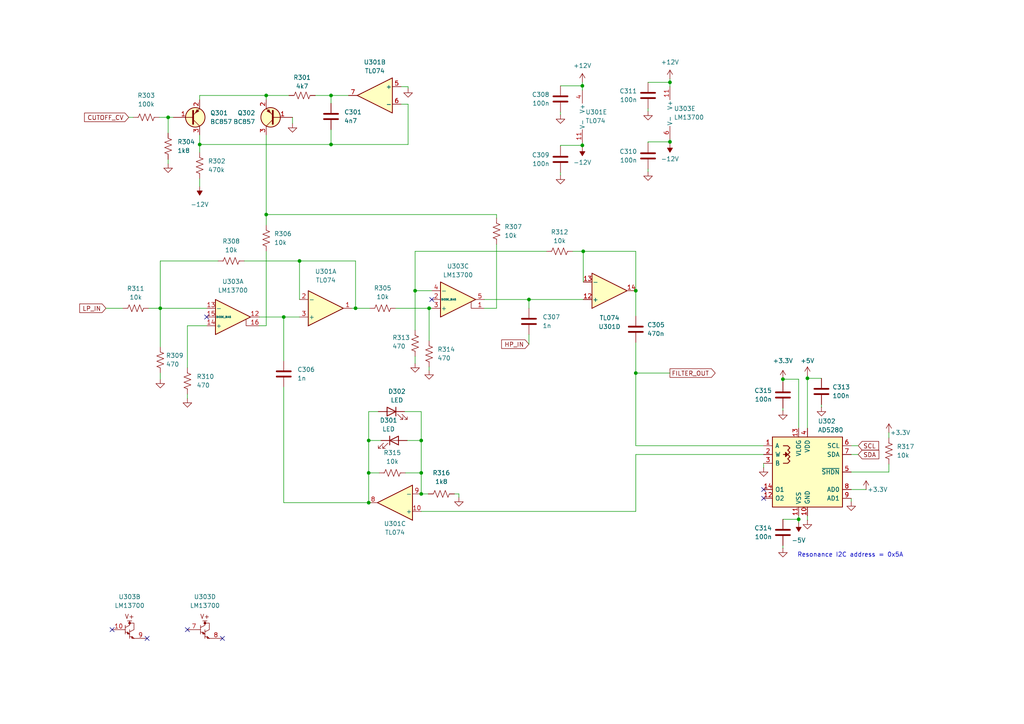
<source format=kicad_sch>
(kicad_sch (version 20231120) (generator "eeschema") (generator_version "8.0")
  (paper "A4")
  (lib_symbols
    (symbol "Amplifier_Operational:LM13700" (pin_names (offset 0.127))
      (property "Reference" "U" (at 3.81 5.08 0))
      (property "Value" "LM13700" (at 5.08 -5.08 0))
      (symbol "LM13700_1_1"
        (polyline (pts (xy 3.81 -0.635) (xy 3.81 -2.54) (xy 5.08 -2.54)))
        (polyline (pts (xy 5.08 0) (xy -5.08 -5.08) (xy -5.08 5.08) (xy 5.08 0)) (stroke (width 0.254)) (fill (type background)))
        (pin output line (at 7.62 0 180) (length 2.54) (name "~") (number "12"))
        (pin input line (at -7.62 2.54 0) (length 2.54) (name "-") (number "13"))
        (pin input line (at -7.62 -2.54 0) (length 2.54) (name "+") (number "14"))
        (pin input line (at -7.62 0 0) (length 2.54) (name "DIODE_BIAS") (number "15"))
        (pin input line (at 7.62 -2.54 180) (length 2.54) (name "~") (number "16"))
      )
      (symbol "LM13700_2_0"
        (polyline (pts (xy -1.905 2.54) (xy -3.175 2.54)))
      )
      (symbol "LM13700_2_1"
        (circle (center -2.54 1.905) (radius 0.254) (stroke (width 0.254)) (fill (type outline)))
        (polyline (pts (xy -3.81 -0.635) (xy -2.54 -1.27)))
        (polyline (pts (xy -3.81 1.27) (xy -3.81 -1.27)))
        (polyline (pts (xy -2.54 -1.905) (xy -1.27 -2.54)))
        (polyline (pts (xy -2.54 0) (xy -2.54 -2.54)))
        (polyline (pts (xy -3.81 0.635) (xy -2.54 1.27) (xy -2.54 1.905) (xy -2.54 2.54)))
        (polyline (pts (xy -2.54 -1.27) (xy -3.175 -0.635) (xy -3.175 -1.27) (xy -2.54 -1.27)) (fill (type outline)))
        (polyline (pts (xy -2.54 -0.635) (xy -1.27 0) (xy -1.27 1.905) (xy -2.54 1.905)))
        (polyline (pts (xy -1.27 -2.54) (xy -1.905 -1.905) (xy -1.905 -2.54) (xy -1.27 -2.54)) (fill (type outline)))
        (text "V+" (at -2.54 3.81 0) (effects (font (size 1.27 1.27))))
        (pin input line (at -7.62 0 0) (length 3.81) (name "~") (number "10"))
        (pin output line (at 2.54 -2.54 180) (length 3.81) (name "~") (number "9"))
      )
      (symbol "LM13700_3_1"
        (polyline (pts (xy 3.81 -0.635) (xy 3.81 -2.54) (xy 5.08 -2.54)))
        (polyline (pts (xy 5.08 0) (xy -5.08 -5.08) (xy -5.08 5.08) (xy 5.08 0)) (stroke (width 0.254)) (fill (type background)))
        (pin input line (at 7.62 -2.54 180) (length 2.54) (name "~") (number "1"))
        (pin input line (at -7.62 0 0) (length 2.54) (name "DIODE_BIAS") (number "2"))
        (pin input line (at -7.62 -2.54 0) (length 2.54) (name "+") (number "3"))
        (pin input line (at -7.62 2.54 0) (length 2.54) (name "-") (number "4"))
        (pin output line (at 7.62 0 180) (length 2.54) (name "~") (number "5"))
      )
      (symbol "LM13700_4_0"
        (polyline (pts (xy -3.175 2.54) (xy -1.905 2.54)))
        (text "V+" (at -2.54 3.81 0) (effects (font (size 1.27 1.27))))
      )
      (symbol "LM13700_4_1"
        (circle (center -2.54 1.905) (radius 0.254) (stroke (width 0.254)) (fill (type outline)))
        (polyline (pts (xy -3.81 -0.635) (xy -2.54 -1.27)))
        (polyline (pts (xy -3.81 1.27) (xy -3.81 -1.27)))
        (polyline (pts (xy -2.54 -1.905) (xy -1.27 -2.54)))
        (polyline (pts (xy -2.54 0) (xy -2.54 -2.54)))
        (polyline (pts (xy -3.81 0.635) (xy -2.54 1.27) (xy -2.54 2.54)))
        (polyline (pts (xy -2.54 -1.27) (xy -3.175 -0.635) (xy -3.175 -1.27) (xy -2.54 -1.27)) (fill (type outline)))
        (polyline (pts (xy -2.54 -0.635) (xy -1.27 0) (xy -1.27 1.905) (xy -2.54 1.905)))
        (polyline (pts (xy -1.27 -2.54) (xy -1.905 -1.905) (xy -1.905 -2.54) (xy -1.27 -2.54)) (fill (type outline)))
        (pin input line (at -7.62 0 0) (length 3.81) (name "~") (number "7"))
        (pin output line (at 2.54 -2.54 180) (length 3.81) (name "~") (number "8"))
      )
      (symbol "LM13700_5_1"
        (pin power_in line (at -2.54 7.62 270) (length 3.81) (name "V+") (number "11"))
        (pin power_in line (at -2.54 -7.62 90) (length 3.81) (name "V-") (number "6"))
      )
    )
    (symbol "Amplifier_Operational:TL074" (pin_names (offset 0.127))
      (property "Reference" "U" (at 0 5.08 0))
      (property "Value" "TL074" (at 0 -5.08 0))
      (symbol "TL074_1_1"
        (polyline (pts (xy -5.08 5.08) (xy 5.08 0) (xy -5.08 -5.08) (xy -5.08 5.08)) (stroke (width 0.254)) (fill (type background)))
        (pin output line (at 7.62 0 180) (length 2.54) (name "~") (number "1"))
        (pin input line (at -7.62 -2.54 0) (length 2.54) (name "-") (number "2"))
        (pin input line (at -7.62 2.54 0) (length 2.54) (name "+") (number "3"))
      )
      (symbol "TL074_2_1"
        (polyline (pts (xy -5.08 5.08) (xy 5.08 0) (xy -5.08 -5.08) (xy -5.08 5.08)) (stroke (width 0.254)) (fill (type background)))
        (pin input line (at -7.62 2.54 0) (length 2.54) (name "+") (number "5"))
        (pin input line (at -7.62 -2.54 0) (length 2.54) (name "-") (number "6"))
        (pin output line (at 7.62 0 180) (length 2.54) (name "~") (number "7"))
      )
      (symbol "TL074_3_1"
        (polyline (pts (xy -5.08 5.08) (xy 5.08 0) (xy -5.08 -5.08) (xy -5.08 5.08)) (stroke (width 0.254)) (fill (type background)))
        (pin input line (at -7.62 2.54 0) (length 2.54) (name "+") (number "10"))
        (pin output line (at 7.62 0 180) (length 2.54) (name "~") (number "8"))
        (pin input line (at -7.62 -2.54 0) (length 2.54) (name "-") (number "9"))
      )
      (symbol "TL074_4_1"
        (polyline (pts (xy -5.08 5.08) (xy 5.08 0) (xy -5.08 -5.08) (xy -5.08 5.08)) (stroke (width 0.254)) (fill (type background)))
        (pin input line (at -7.62 2.54 0) (length 2.54) (name "+") (number "12"))
        (pin input line (at -7.62 -2.54 0) (length 2.54) (name "-") (number "13"))
        (pin output line (at 7.62 0 180) (length 2.54) (name "~") (number "14"))
      )
      (symbol "TL074_5_1"
        (pin power_in line (at -2.54 -7.62 90) (length 3.81) (name "V-") (number "11"))
        (pin power_in line (at -2.54 7.62 270) (length 3.81) (name "V+") (number "4"))
      )
    )
    (symbol "Device:C" (pin_numbers hide) (pin_names (offset 0.254))
      (property "Reference" "C" (at 0.635 2.54 0))
      (property "Value" "C" (at 0.635 -2.54 0))
      (symbol "C_0_1"
        (polyline (pts (xy -2.032 -0.762) (xy 2.032 -0.762)) (stroke (width 0.508)))
        (polyline (pts (xy -2.032 0.762) (xy 2.032 0.762)) (stroke (width 0.508)))
      )
      (symbol "C_1_1"
        (pin passive line (at 0 3.81 270) (length 2.794) (name "~") (number "1"))
        (pin passive line (at 0 -3.81 90) (length 2.794) (name "~") (number "2"))
      )
    )
    (symbol "Device:LED" (pin_numbers hide) (pin_names (offset 1.016) hide)
      (property "Reference" "D" (at 0 2.54 0))
      (property "Value" "LED" (at 0 -2.54 0))
      (symbol "LED_0_1"
        (polyline (pts (xy -1.27 -1.27) (xy -1.27 1.27)) (stroke (width 0.254)))
        (polyline (pts (xy -1.27 0) (xy 1.27 0)))
        (polyline (pts (xy 1.27 -1.27) (xy 1.27 1.27) (xy -1.27 0) (xy 1.27 -1.27)) (stroke (width 0.254)))
        (polyline (pts (xy -3.048 -0.762) (xy -4.572 -2.286) (xy -3.81 -2.286) (xy -4.572 -2.286) (xy -4.572 -1.524)))
        (polyline (pts (xy -1.778 -0.762) (xy -3.302 -2.286) (xy -2.54 -2.286) (xy -3.302 -2.286) (xy -3.302 -1.524)))
      )
      (symbol "LED_1_1"
        (pin passive line (at -3.81 0 0) (length 2.54) (name "K") (number "1"))
        (pin passive line (at 3.81 0 180) (length 2.54) (name "A") (number "2"))
      )
    )
    (symbol "Device:R_US" (pin_numbers hide) (pin_names (offset 0))
      (property "Reference" "R" (at 2.54 0 90))
      (property "Value" "R_US" (at -2.54 0 90))
      (symbol "R_US_0_1"
        (polyline (pts (xy 0 -2.286) (xy 0 -2.54)))
        (polyline (pts (xy 0 2.286) (xy 0 2.54)))
        (polyline (pts (xy 0 -0.762) (xy 1.016 -1.143) (xy 0 -1.524) (xy -1.016 -1.905) (xy 0 -2.286)))
        (polyline (pts (xy 0 0.762) (xy 1.016 0.381) (xy 0 0) (xy -1.016 -0.381) (xy 0 -0.762)))
        (polyline (pts (xy 0 2.286) (xy 1.016 1.905) (xy 0 1.524) (xy -1.016 1.143) (xy 0 0.762)))
      )
      (symbol "R_US_1_1"
        (pin passive line (at 0 3.81 270) (length 1.27) (name "~") (number "1"))
        (pin passive line (at 0 -3.81 90) (length 1.27) (name "~") (number "2"))
      )
    )
    (symbol "GND_1" (power) (pin_numbers hide) (pin_names (offset 0) hide)
      (symbol "GND_1_0_1"
        (polyline (pts (xy 0 0) (xy 0 -1.27) (xy 1.27 -1.27) (xy 0 -2.54) (xy -1.27 -1.27) (xy 0 -1.27)))
      )
      (symbol "GND_1_1_1"
        (pin power_in line (at 0 0 270) (length 0) (name "~") (number "1"))
      )
    )
    (symbol "PCM_Transistor_BJT_AKL:BC858" (pin_names hide)
      (property "Reference" "Q" (at 5.08 1.27 0))
      (property "Value" "BC858" (at 5.08 -1.27 0))
      (symbol "BC858_0_1"
        (polyline (pts (xy 0.635 -0.635) (xy 2.54 -2.54)))
        (polyline (pts (xy 0.635 -1.905) (xy 0.635 1.905) (xy 0.635 1.905)) (stroke (width 0.508)))
        (polyline (pts (xy 0.635 0.635) (xy 2.54 2.54) (xy 2.54 2.54)))
        (polyline (pts (xy 2.286 1.778) (xy 1.778 2.286) (xy 1.27 1.27) (xy 2.286 1.778) (xy 2.286 1.778)) (fill (type outline)))
        (circle (center 1.27 0) (radius 2.8194) (stroke (width 0.254)) (fill (type background)))
      )
      (symbol "BC858_1_1"
        (pin input line (at -5.08 0 0) (length 5.715) (name "B") (number "1"))
        (pin passive line (at 2.54 5.08 270) (length 2.54) (name "E") (number "2"))
        (pin passive line (at 2.54 -5.08 90) (length 2.54) (name "C") (number "3"))
      )
    )
    (symbol "Potentiometer_Digital:AD5280" (pin_names (offset 0.762))
      (property "Reference" "U" (at -7.62 11.43 0))
      (property "Value" "AD5280" (at 5.588 11.43 0))
      (symbol "AD5280_0_1"
        (rectangle (start -10.16 10.16) (end 10.16 -10.16) (stroke (width 0.254)) (fill (type background)))
        (polyline (pts (xy 6.985 5.08) (xy 6.35 5.08) (xy 5.715 5.08) (xy 6.35 5.715) (xy 6.35 4.445) (xy 5.715 5.08)) (stroke (width 0.254)) (fill (type outline)))
        (polyline (pts (xy 6.985 7.62) (xy 5.715 7.62) (xy 5.08 6.985) (xy 5.715 6.35) (xy 5.08 5.715) (xy 5.715 5.08) (xy 5.08 4.445) (xy 5.715 3.81) (xy 5.08 3.175) (xy 5.715 2.54) (xy 6.985 2.54)) (stroke (width 0.254)))
      )
      (symbol "AD5280_1_1"
        (pin passive line (at 12.7 7.62 180) (length 2.54) (name "A") (number "1"))
        (pin power_in line (at 0 -12.7 90) (length 2.54) (name "GND") (number "10"))
        (pin power_in line (at 2.54 -12.7 90) (length 2.54) (name "VSS") (number "11"))
        (pin output line (at 12.7 -7.62 180) (length 2.54) (name "O2") (number "12"))
        (pin power_in line (at 2.54 12.7 270) (length 2.54) (name "VLOG") (number "13"))
        (pin output line (at 12.7 -5.08 180) (length 2.54) (name "O1") (number "14"))
        (pin passive line (at 12.7 5.08 180) (length 2.54) (name "W") (number "2"))
        (pin passive line (at 12.7 2.54 180) (length 2.54) (name "B") (number "3"))
        (pin power_in line (at 0 12.7 270) (length 2.54) (name "VDD") (number "4"))
        (pin input line (at -12.7 0 0) (length 2.54) (name "~{SHDN}") (number "5"))
        (pin input line (at -12.7 7.62 0) (length 2.54) (name "SCL") (number "6"))
        (pin bidirectional line (at -12.7 5.08 0) (length 2.54) (name "SDA") (number "7"))
        (pin input line (at -12.7 -5.08 0) (length 2.54) (name "AD0") (number "8"))
        (pin input line (at -12.7 -7.62 0) (length 2.54) (name "AD1") (number "9"))
      )
    )
    (symbol "power:+12V" (power) (pin_names (offset 0))
      (property "Value" "+12V" (at 0 3.556 0))
      (symbol "+12V_0_1"
        (polyline (pts (xy -0.762 1.27) (xy 0 2.54)))
        (polyline (pts (xy 0 0) (xy 0 2.54)))
        (polyline (pts (xy 0 2.54) (xy 0.762 1.27)))
      )
      (symbol "+12V_1_1"
        (pin power_in line (at 0 0 90) (length 0) hide (name "+12V") (number "1"))
      )
    )
    (symbol "power:+3.3V" (power) (pin_numbers hide) (pin_names (offset 0) hide)
      (property "Value" "+3.3V" (at 0 3.556 0))
      (symbol "+3.3V_0_1"
        (polyline (pts (xy -0.762 1.27) (xy 0 2.54)))
        (polyline (pts (xy 0 0) (xy 0 2.54)))
        (polyline (pts (xy 0 2.54) (xy 0.762 1.27)))
      )
      (symbol "+3.3V_1_1"
        (pin power_in line (at 0 0 90) (length 0) (name "~") (number "1"))
      )
    )
    (symbol "power:+5V" (power) (pin_numbers hide) (pin_names (offset 0) hide)
      (property "Value" "+5V" (at 0 3.556 0))
      (symbol "+5V_0_1"
        (polyline (pts (xy -0.762 1.27) (xy 0 2.54)))
        (polyline (pts (xy 0 0) (xy 0 2.54)))
        (polyline (pts (xy 0 2.54) (xy 0.762 1.27)))
      )
      (symbol "+5V_1_1"
        (pin power_in line (at 0 0 90) (length 0) (name "~") (number "1"))
      )
    )
    (symbol "power:-12V" (power) (pin_names (offset 0))
      (property "Value" "-12V" (at 0 3.81 0))
      (symbol "-12V_0_0"
        (pin power_in line (at 0 0 90) (length 0) hide (name "-12V") (number "1"))
      )
      (symbol "-12V_0_1"
        (polyline (pts (xy 0 0) (xy 0 1.27) (xy 0.762 1.27) (xy 0 2.54) (xy -0.762 1.27) (xy 0 1.27)) (fill (type outline)))
      )
    )
    (symbol "power:-5V" (power) (pin_numbers hide) (pin_names (offset 0) hide)
      (property "Value" "-5V" (at 0 3.556 0))
      (symbol "-5V_0_0"
        (pin power_in line (at 0 0 90) (length 0) (name "~") (number "1"))
      )
      (symbol "-5V_0_1"
        (polyline (pts (xy 0 0) (xy 0 1.27) (xy 0.762 1.27) (xy 0 2.54) (xy -0.762 1.27) (xy 0 1.27)) (fill (type outline)))
      )
    )
    (symbol "power:GND" (power) (pin_names (offset 0))
      (symbol "GND_0_1"
        (polyline (pts (xy 0 0) (xy 0 -1.27) (xy 1.27 -1.27) (xy 0 -2.54) (xy -1.27 -1.27) (xy 0 -1.27)))
      )
      (symbol "GND_1_1"
        (pin power_in line (at 0 0 270) (length 0) hide (name "GND") (number "1"))
      )
    )
  )
  (junction (at 122.174 137.16))
  (junction (at 57.912 41.91))
  (junction (at 48.768 34.036))
  (junction (at 184.404 108.204))
  (junction (at 168.91 24.892))
  (junction (at 194.31 23.876))
  (junction (at 96.012 41.91))
  (junction (at 122.174 143.256))
  (junction (at 46.482 89.408))
  (junction (at 153.416 86.868))
  (junction (at 103.124 89.408))
  (junction (at 124.46 89.408))
  (junction (at 169.164 72.898))
  (junction (at 227.076 109.982))
  (junction (at 184.404 84.328))
  (junction (at 86.868 75.692))
  (junction (at 106.934 137.16))
  (junction (at 194.31 41.148))
  (junction (at 122.174 127.762))
  (junction (at 231.648 150.622))
  (junction (at 77.216 62.23))
  (junction (at 82.296 91.948))
  (junction (at 77.216 27.686))
  (junction (at 234.188 109.728))
  (junction (at 106.934 127.762))
  (junction (at 106.934 145.796))
  (junction (at 96.012 27.686))
  (junction (at 120.396 84.328))
  (junction (at 168.91 42.164))
  (no_connect (at 54.356 182.626))
  (no_connect (at 32.512 182.626))
  (no_connect (at 125.222 86.868))
  (no_connect (at 59.944 91.948))
  (no_connect (at 64.516 185.166))
  (no_connect (at 221.488 144.526))
  (no_connect (at 42.672 185.166))
  (no_connect (at 221.488 141.986))
  (wire (pts (xy 169.164 81.788) (xy 169.164 72.898)))
  (wire (pts (xy 117.602 137.16) (xy 122.174 137.16)))
  (wire (pts (xy 162.56 42.418) (xy 162.56 42.164)))
  (wire (pts (xy 70.866 75.692) (xy 86.868 75.692)))
  (wire (pts (xy 106.934 127.762) (xy 106.934 137.16)))
  (wire (pts (xy 194.31 41.148) (xy 194.31 41.656)))
  (wire (pts (xy 86.868 86.868) (xy 86.868 75.692)))
  (wire (pts (xy 82.296 112.268) (xy 82.296 145.796)))
  (wire (pts (xy 114.808 89.408) (xy 124.46 89.408)))
  (wire (pts (xy 184.404 131.826) (xy 184.404 148.336)))
  (wire (pts (xy 103.124 89.408) (xy 107.188 89.408)))
  (wire (pts (xy 43.18 89.408) (xy 46.482 89.408)))
  (wire (pts (xy 82.296 91.948) (xy 75.184 91.948)))
  (wire (pts (xy 162.56 32.512) (xy 162.56 33.274)))
  (wire (pts (xy 77.216 27.686) (xy 77.216 28.956)))
  (wire (pts (xy 109.982 137.16) (xy 106.934 137.16)))
  (wire (pts (xy 162.56 50.038) (xy 162.56 50.8)))
  (wire (pts (xy 140.462 89.408) (xy 144.018 89.408)))
  (wire (pts (xy 116.332 25.146) (xy 118.364 25.146)))
  (wire (pts (xy 124.46 106.426) (xy 124.46 107.442)))
  (wire (pts (xy 227.076 109.982) (xy 231.648 109.982)))
  (wire (pts (xy 106.934 137.16) (xy 106.934 145.796)))
  (wire (pts (xy 57.912 39.116) (xy 57.912 41.91)))
  (wire (pts (xy 77.216 94.488) (xy 77.216 72.898)))
  (wire (pts (xy 46.482 108.204) (xy 46.482 109.982)))
  (wire (pts (xy 106.934 145.796) (xy 82.296 145.796)))
  (wire (pts (xy 30.734 89.408) (xy 35.56 89.408)))
  (wire (pts (xy 168.91 24.892) (xy 168.91 26.162)))
  (wire (pts (xy 194.31 22.86) (xy 194.31 23.876)))
  (wire (pts (xy 118.364 25.146) (xy 118.364 25.654)))
  (wire (pts (xy 54.356 114.3) (xy 54.356 115.57)))
  (wire (pts (xy 168.91 42.164) (xy 168.91 42.672)))
  (wire (pts (xy 238.252 117.348) (xy 238.252 118.11)))
  (wire (pts (xy 106.934 119.38) (xy 106.934 127.762)))
  (wire (pts (xy 246.888 136.906) (xy 257.81 136.906)))
  (wire (pts (xy 118.364 41.91) (xy 118.364 30.226)))
  (wire (pts (xy 120.396 84.328) (xy 125.222 84.328)))
  (wire (pts (xy 153.416 86.868) (xy 169.164 86.868)))
  (wire (pts (xy 122.174 127.762) (xy 122.174 137.16)))
  (wire (pts (xy 86.868 75.692) (xy 103.124 75.692)))
  (wire (pts (xy 37.338 34.036) (xy 38.608 34.036)))
  (wire (pts (xy 48.768 34.036) (xy 50.292 34.036)))
  (wire (pts (xy 77.216 62.23) (xy 144.018 62.23)))
  (wire (pts (xy 231.648 150.622) (xy 231.648 151.638)))
  (wire (pts (xy 221.488 131.826) (xy 184.404 131.826)))
  (wire (pts (xy 227.076 109.982) (xy 227.076 110.744)))
  (wire (pts (xy 122.174 119.38) (xy 122.174 127.762)))
  (wire (pts (xy 102.108 89.408) (xy 103.124 89.408)))
  (wire (pts (xy 57.912 41.91) (xy 96.012 41.91)))
  (wire (pts (xy 54.356 106.68) (xy 54.356 94.488)))
  (wire (pts (xy 124.46 89.408) (xy 124.46 98.806)))
  (wire (pts (xy 231.648 149.606) (xy 231.648 150.622)))
  (wire (pts (xy 96.012 27.686) (xy 96.012 29.972)))
  (wire (pts (xy 162.56 42.164) (xy 168.91 42.164)))
  (wire (pts (xy 227.076 150.622) (xy 231.648 150.622)))
  (wire (pts (xy 57.912 27.686) (xy 77.216 27.686)))
  (wire (pts (xy 54.356 94.488) (xy 59.944 94.488)))
  (wire (pts (xy 96.012 41.91) (xy 118.364 41.91)))
  (wire (pts (xy 187.96 31.496) (xy 187.96 32.258)))
  (wire (pts (xy 227.076 118.364) (xy 227.076 119.126)))
  (wire (pts (xy 120.396 103.378) (xy 120.396 105.41)))
  (wire (pts (xy 187.96 41.148) (xy 194.31 41.148)))
  (wire (pts (xy 122.174 137.16) (xy 122.174 143.256)))
  (wire (pts (xy 184.404 84.328) (xy 184.404 91.694)))
  (wire (pts (xy 144.018 89.408) (xy 144.018 70.866)))
  (wire (pts (xy 168.91 41.402) (xy 168.91 42.164)))
  (wire (pts (xy 158.496 72.898) (xy 120.396 72.898)))
  (wire (pts (xy 117.348 119.38) (xy 122.174 119.38)))
  (wire (pts (xy 184.404 129.286) (xy 221.488 129.286)))
  (wire (pts (xy 103.124 75.692) (xy 103.124 89.408)))
  (wire (pts (xy 75.184 94.488) (xy 77.216 94.488)))
  (wire (pts (xy 184.404 99.314) (xy 184.404 108.204)))
  (wire (pts (xy 221.488 134.366) (xy 221.488 135.636)))
  (wire (pts (xy 246.888 144.526) (xy 246.888 145.542)))
  (wire (pts (xy 106.934 127.762) (xy 110.49 127.762)))
  (wire (pts (xy 84.836 34.036) (xy 84.836 35.814)))
  (wire (pts (xy 48.768 46.228) (xy 48.768 47.498)))
  (wire (pts (xy 46.228 34.036) (xy 48.768 34.036)))
  (wire (pts (xy 120.396 72.898) (xy 120.396 84.328)))
  (wire (pts (xy 86.868 91.948) (xy 82.296 91.948)))
  (wire (pts (xy 96.012 27.686) (xy 101.092 27.686)))
  (wire (pts (xy 234.188 108.966) (xy 234.188 109.728)))
  (wire (pts (xy 124.46 89.408) (xy 125.222 89.408)))
  (wire (pts (xy 118.11 127.762) (xy 122.174 127.762)))
  (wire (pts (xy 187.96 49.022) (xy 187.96 49.784)))
  (wire (pts (xy 133.096 143.256) (xy 133.096 144.272)))
  (wire (pts (xy 122.174 148.336) (xy 184.404 148.336)))
  (wire (pts (xy 166.116 72.898) (xy 169.164 72.898)))
  (wire (pts (xy 140.462 86.868) (xy 153.416 86.868)))
  (wire (pts (xy 153.416 86.868) (xy 153.416 89.408)))
  (wire (pts (xy 257.81 125.476) (xy 257.81 127)))
  (wire (pts (xy 169.164 72.898) (xy 184.404 72.898)))
  (wire (pts (xy 48.768 34.036) (xy 48.768 38.608)))
  (wire (pts (xy 57.912 51.816) (xy 57.912 54.102)))
  (wire (pts (xy 122.174 143.256) (xy 124.206 143.256)))
  (wire (pts (xy 257.81 136.906) (xy 257.81 134.62)))
  (wire (pts (xy 96.012 37.592) (xy 96.012 41.91)))
  (wire (pts (xy 184.404 72.898) (xy 184.404 84.328)))
  (wire (pts (xy 162.56 24.892) (xy 168.91 24.892)))
  (wire (pts (xy 118.364 30.226) (xy 116.332 30.226)))
  (wire (pts (xy 187.96 41.402) (xy 187.96 41.148)))
  (wire (pts (xy 144.018 62.23) (xy 144.018 63.246)))
  (wire (pts (xy 57.912 41.91) (xy 57.912 44.196)))
  (wire (pts (xy 184.404 108.204) (xy 194.31 108.204)))
  (wire (pts (xy 46.482 89.408) (xy 59.944 89.408)))
  (wire (pts (xy 246.888 141.986) (xy 251.206 141.986)))
  (wire (pts (xy 82.296 91.948) (xy 82.296 104.648)))
  (wire (pts (xy 238.252 109.728) (xy 234.188 109.728)))
  (wire (pts (xy 246.888 131.826) (xy 248.92 131.826)))
  (wire (pts (xy 234.188 109.728) (xy 234.188 124.206)))
  (wire (pts (xy 77.216 27.686) (xy 83.82 27.686)))
  (wire (pts (xy 246.888 129.286) (xy 248.92 129.286)))
  (wire (pts (xy 46.482 75.692) (xy 63.246 75.692)))
  (wire (pts (xy 194.31 40.386) (xy 194.31 41.148)))
  (wire (pts (xy 77.216 62.23) (xy 77.216 65.278)))
  (wire (pts (xy 234.188 149.606) (xy 234.188 150.876)))
  (wire (pts (xy 120.396 95.758) (xy 120.396 84.328)))
  (wire (pts (xy 168.91 23.876) (xy 168.91 24.892)))
  (wire (pts (xy 109.728 119.38) (xy 106.934 119.38)))
  (wire (pts (xy 231.648 109.982) (xy 231.648 124.206)))
  (wire (pts (xy 46.482 100.584) (xy 46.482 89.408)))
  (wire (pts (xy 184.404 108.204) (xy 184.404 129.286)))
  (wire (pts (xy 77.216 39.116) (xy 77.216 62.23)))
  (wire (pts (xy 187.96 23.876) (xy 194.31 23.876)))
  (wire (pts (xy 46.482 89.408) (xy 46.482 75.692)))
  (wire (pts (xy 194.31 23.876) (xy 194.31 25.146)))
  (wire (pts (xy 57.912 28.956) (xy 57.912 27.686)))
  (wire (pts (xy 91.44 27.686) (xy 96.012 27.686)))
  (wire (pts (xy 227.076 158.242) (xy 227.076 159.004)))
  (wire (pts (xy 131.826 143.256) (xy 133.096 143.256)))
  (wire (pts (xy 153.416 97.028) (xy 153.416 99.822)))
  (text "Resonance I2C address = 0x5A" (at 246.634 161.036 0) (effects (font (size 1.27 1.27))))
  (global_label "HP_IN" (shape input) (at 153.416 99.822 180) (property "Intersheetrefs" "${INTERSHEET_REFS}" (effects (hide yes))))
  (global_label "SCL" (shape input) (at 248.92 129.286 0) (property "Intersheetrefs" "${INTERSHEET_REFS}" (effects (hide yes))))
  (global_label "SDA" (shape input) (at 248.92 131.826 0) (property "Intersheetrefs" "${INTERSHEET_REFS}" (effects (hide yes))))
  (global_label "CUTOFF_CV" (shape input) (at 37.338 34.036 180) (property "Intersheetrefs" "${INTERSHEET_REFS}" (effects (hide yes))))
  (global_label "LP_IN" (shape input) (at 30.734 89.408 180) (property "Intersheetrefs" "${INTERSHEET_REFS}" (effects (hide yes))))
  (global_label "FILTER_OUT" (shape output) (at 194.31 108.204 0) (property "Intersheetrefs" "${INTERSHEET_REFS}" (effects (hide yes))))
  (symbol (lib_name "GND_1") (lib_id "power:GND") (at 227.076 159.004 0) (mirror y) (unit 1)
    (property "Reference" "#PWR0321" (effects (hide yes)))
    (property "Value" "GND" (effects (hide yes)))
    (property "Description" "Power symbol creates a global label with name \"GND\" , ground" (effects (hide yes)))
  )
  (symbol (lib_id "Device:C") (at 162.56 28.702 0) (mirror y) (unit 1)
    (property "Reference" "C308" (at 159.385 27.432 0) (effects (justify left)))
    (property "Value" "100n" (at 159.385 29.972 0) (effects (justify left)))
    (property "Footprint" "Capacitor_SMD:C_0805_2012Metric" (effects (hide yes)))
  )
  (symbol (lib_id "Device:R_US") (at 54.356 110.49 180) (unit 1)
    (property "Reference" "R310" (at 57.023 109.22 0) (effects (justify right)))
    (property "Value" "470" (at 57.023 111.76 0) (effects (justify right)))
    (property "Footprint" "Resistor_SMD:R_0805_2012Metric" (effects (hide yes)))
  )
  (symbol (lib_id "Device:LED") (at 114.3 127.762 0) (unit 1)
    (property "Reference" "D301" (at 112.7125 121.92 0))
    (property "Value" "LED" (at 112.7125 124.46 0))
    (property "Footprint" "LED_SMD:LED_0805_2012Metric" (effects (hide yes)))
  )
  (symbol (lib_id "Device:R_US") (at 257.81 130.81 0) (unit 1)
    (property "Reference" "R317" (at 260.096 129.54 0) (effects (justify left)))
    (property "Value" "10k" (at 260.096 132.08 0) (effects (justify left)))
    (property "Footprint" "Resistor_SMD:R_0805_2012Metric" (effects (hide yes)))
  )
  (symbol (lib_id "Amplifier_Operational:TL074") (at 166.37 33.782 0) (mirror y) (unit 5)
    (property "Reference" "U301" (at 169.799 32.512 0) (effects (justify right)))
    (property "Value" "TL074" (at 169.799 35.052 0) (effects (justify right)))
    (property "Footprint" "Package_SO:SOIC-14_3.9x8.7mm_P1.27mm" (effects (hide yes)))
    (property "Datasheet" "http://www.ti.com/lit/ds/symlink/tl071.pdf" (effects (hide yes)))
  )
  (symbol (lib_id "power:-5V") (at 231.648 151.638 180) (unit 1)
    (property "Reference" "#PWR0317" (effects (hide yes)))
    (property "Value" "-5V" (at 231.648 156.718 0))
    (property "Description" "Power symbol creates a global label with name \"-5V\"" (effects (hide yes)))
  )
  (symbol (lib_id "Device:R_US") (at 46.482 104.394 180) (unit 1)
    (property "Reference" "R309" (at 48.133 103.124 0) (effects (justify right)))
    (property "Value" "470" (at 48.133 105.664 0) (effects (justify right)))
    (property "Footprint" "Resistor_SMD:R_0805_2012Metric" (effects (hide yes)))
  )
  (symbol (lib_id "Amplifier_Operational:LM13700") (at 196.85 32.766 0) (unit 5)
    (property "Reference" "U303" (at 195.453 31.496 0) (effects (justify left)))
    (property "Value" "LM13700" (at 195.453 34.036 0) (effects (justify left)))
    (property "Footprint" "Package_SO:SOIC-16_3.9x9.9mm_P1.27mm" (effects (hide yes)))
    (property "Datasheet" "http://www.ti.com/lit/ds/symlink/lm13700.pdf" (effects (hide yes)))
  )
  (symbol (lib_id "power:GND") (at 120.396 105.41 0) (unit 1)
    (property "Reference" "#PWR0312" (effects (hide yes)))
    (property "Value" "GND" (effects (hide yes)))
  )
  (symbol (lib_id "Device:C") (at 82.296 108.458 0) (unit 1)
    (property "Reference" "C306" (at 86.233 107.188 0) (effects (justify left)))
    (property "Value" "1n" (at 86.233 109.728 0) (effects (justify left)))
    (property "Footprint" "Capacitor_SMD:C_0805_2012Metric" (effects (hide yes)))
  )
  (symbol (lib_name "GND_1") (lib_id "power:GND") (at 221.488 135.636 0) (unit 1)
    (property "Reference" "#PWR0330" (effects (hide yes)))
    (property "Value" "GND" (effects (hide yes)))
    (property "Description" "Power symbol creates a global label with name \"GND\" , ground" (effects (hide yes)))
  )
  (symbol (lib_id "Device:R_US") (at 57.912 48.006 180) (unit 1)
    (property "Reference" "R302" (at 60.325 46.736 0) (effects (justify right)))
    (property "Value" "470k" (at 60.325 49.276 0) (effects (justify right)))
    (property "Footprint" "Resistor_SMD:R_0805_2012Metric" (effects (hide yes)))
  )
  (symbol (lib_name "GND_1") (lib_id "power:GND") (at 238.252 118.11 0) (unit 1)
    (property "Reference" "#PWR0320" (effects (hide yes)))
    (property "Value" "GND" (effects (hide yes)))
    (property "Description" "Power symbol creates a global label with name \"GND\" , ground" (effects (hide yes)))
  )
  (symbol (lib_id "power:GND") (at 133.096 144.272 0) (unit 1)
    (property "Reference" "#PWR0316" (effects (hide yes)))
    (property "Value" "GND" (effects (hide yes)))
  )
  (symbol (lib_id "Device:C") (at 184.404 95.504 0) (unit 1)
    (property "Reference" "C305" (at 187.706 94.234 0) (effects (justify left)))
    (property "Value" "470n" (at 187.706 96.774 0) (effects (justify left)))
    (property "Footprint" "Capacitor_SMD:C_0805_2012Metric" (effects (hide yes)))
  )
  (symbol (lib_id "power:GND") (at 84.836 35.814 0) (unit 1)
    (property "Reference" "#PWR0301" (effects (hide yes)))
    (property "Value" "GND" (effects (hide yes)))
  )
  (symbol (lib_id "Device:R_US") (at 77.216 69.088 0) (unit 1)
    (property "Reference" "R306" (at 79.502 67.818 0) (effects (justify left)))
    (property "Value" "10k" (at 79.502 70.358 0) (effects (justify left)))
    (property "Footprint" "Resistor_SMD:R_0805_2012Metric" (effects (hide yes)))
  )
  (symbol (lib_id "Device:R_US") (at 120.396 99.568 180) (unit 1)
    (property "Reference" "R313" (at 113.792 97.917 0) (effects (justify right)))
    (property "Value" "470" (at 113.792 100.457 0) (effects (justify right)))
    (property "Footprint" "Resistor_SMD:R_0805_2012Metric" (effects (hide yes)))
  )
  (symbol (lib_id "Amplifier_Operational:LM13700") (at 61.976 182.626 0) (unit 4)
    (property "Reference" "U303" (at 59.436 173.101 0))
    (property "Value" "LM13700" (at 59.436 175.641 0))
    (property "Footprint" "Package_SO:SOIC-16_3.9x9.9mm_P1.27mm" (effects (hide yes)))
    (property "Datasheet" "http://www.ti.com/lit/ds/symlink/lm13700.pdf" (effects (hide yes)))
  )
  (symbol (lib_id "Device:C") (at 96.012 33.782 0) (unit 1)
    (property "Reference" "C301" (at 99.822 32.512 0) (effects (justify left)))
    (property "Value" "4n7" (at 99.822 35.052 0) (effects (justify left)))
    (property "Footprint" "Capacitor_SMD:C_0805_2012Metric" (effects (hide yes)))
  )
  (symbol (lib_id "power:GND") (at 54.356 115.57 0) (unit 1)
    (property "Reference" "#PWR0311" (effects (hide yes)))
    (property "Value" "GND" (effects (hide yes)))
  )
  (symbol (lib_id "Device:C") (at 227.076 114.554 0) (mirror y) (unit 1)
    (property "Reference" "C315" (at 223.901 113.284 0) (effects (justify left)))
    (property "Value" "100n" (at 223.901 115.824 0) (effects (justify left)))
    (property "Footprint" "Capacitor_SMD:C_0805_2012Metric" (effects (hide yes)))
  )
  (symbol (lib_id "PCM_Transistor_BJT_AKL:BC858") (at 79.756 34.036 0) (mirror y) (unit 1)
    (property "Reference" "Q302" (at 74.041 32.766 0) (effects (justify left)))
    (property "Value" "BC857" (at 74.041 35.306 0) (effects (justify left)))
    (property "Footprint" "PCM_4ms_Package_SOT:SOT-23" (effects (hide yes)))
    (property "Datasheet" "https://www.tme.eu/Document/c382caaa0cc481743f0c0197b727e2d1/BC856A.pdf" (effects (hide yes)))
  )
  (symbol (lib_id "Device:C") (at 187.96 45.212 0) (mirror y) (unit 1)
    (property "Reference" "C310" (at 184.785 43.942 0) (effects (justify left)))
    (property "Value" "100n" (at 184.785 46.482 0) (effects (justify left)))
    (property "Footprint" "Capacitor_SMD:C_0805_2012Metric" (effects (hide yes)))
  )
  (symbol (lib_id "Amplifier_Operational:LM13700") (at 67.564 91.948 0) (unit 1)
    (property "Reference" "U303" (at 67.564 81.661 0))
    (property "Value" "LM13700" (at 67.564 84.201 0))
    (property "Footprint" "Package_SO:SOIC-16_3.9x9.9mm_P1.27mm" (effects (hide yes)))
    (property "Datasheet" "http://www.ti.com/lit/ds/symlink/lm13700.pdf" (effects (hide yes)))
  )
  (symbol (lib_id "Device:R_US") (at 67.056 75.692 90) (unit 1)
    (property "Reference" "R308" (at 67.056 69.977 90))
    (property "Value" "10k" (at 67.056 72.517 90))
    (property "Footprint" "Resistor_SMD:R_0805_2012Metric" (effects (hide yes)))
  )
  (symbol (lib_name "GND_1") (lib_id "power:GND") (at 246.888 145.542 0) (mirror y) (unit 1)
    (property "Reference" "#PWR0332" (effects (hide yes)))
    (property "Value" "GND" (effects (hide yes)))
    (property "Description" "Power symbol creates a global label with name \"GND\" , ground" (effects (hide yes)))
  )
  (symbol (lib_id "Device:C") (at 238.252 113.538 0) (unit 1)
    (property "Reference" "C313" (at 241.427 112.268 0) (effects (justify left)))
    (property "Value" "100n" (at 241.427 114.808 0) (effects (justify left)))
    (property "Footprint" "Capacitor_SMD:C_0805_2012Metric" (effects (hide yes)))
  )
  (symbol (lib_id "Device:C") (at 227.076 154.432 0) (mirror y) (unit 1)
    (property "Reference" "C314" (at 223.901 153.162 0) (effects (justify left)))
    (property "Value" "100n" (at 223.901 155.702 0) (effects (justify left)))
    (property "Footprint" "Capacitor_SMD:C_0805_2012Metric" (effects (hide yes)))
  )
  (symbol (lib_id "Amplifier_Operational:TL074") (at 108.712 27.686 0) (mirror y) (unit 2)
    (property "Reference" "U301" (at 108.712 18.034 0))
    (property "Value" "TL074" (at 108.712 20.574 0))
    (property "Footprint" "Package_SO:SOIC-14_3.9x8.7mm_P1.27mm" (effects (hide yes)))
    (property "Datasheet" "http://www.ti.com/lit/ds/symlink/tl071.pdf" (effects (hide yes)))
  )
  (symbol (lib_id "PCM_Transistor_BJT_AKL:BC858") (at 55.372 34.036 0) (unit 1)
    (property "Reference" "Q301" (at 60.96 32.766 0) (effects (justify left)))
    (property "Value" "BC857" (at 60.96 35.306 0) (effects (justify left)))
    (property "Footprint" "PCM_4ms_Package_SOT:SOT-23" (effects (hide yes)))
    (property "Datasheet" "https://www.tme.eu/Document/c382caaa0cc481743f0c0197b727e2d1/BC856A.pdf" (effects (hide yes)))
  )
  (symbol (lib_id "power:-12V") (at 57.912 54.102 180) (unit 1)
    (property "Reference" "#PWR0304" (effects (hide yes)))
    (property "Value" "-12V" (at 57.912 59.309 0))
  )
  (symbol (lib_id "power:+3.3V") (at 251.206 141.986 0) (unit 1)
    (property "Reference" "#PWR0331" (effects (hide yes)))
    (property "Value" "+3.3V" (at 254.508 141.986 0))
    (property "Description" "Power symbol creates a global label with name \"+3.3V\"" (effects (hide yes)))
  )
  (symbol (lib_id "Amplifier_Operational:TL074") (at 94.488 89.408 0) (mirror x) (unit 1)
    (property "Reference" "U301" (at 94.488 78.74 0))
    (property "Value" "TL074" (at 94.488 81.28 0))
    (property "Footprint" "Package_SO:SOIC-14_3.9x8.7mm_P1.27mm" (effects (hide yes)))
    (property "Datasheet" "http://www.ti.com/lit/ds/symlink/tl071.pdf" (effects (hide yes)))
  )
  (symbol (lib_id "power:GND") (at 48.768 47.498 0) (unit 1)
    (property "Reference" "#PWR0303" (effects (hide yes)))
    (property "Value" "GND" (effects (hide yes)))
  )
  (symbol (lib_id "Amplifier_Operational:LM13700") (at 40.132 182.626 0) (unit 2)
    (property "Reference" "U303" (at 37.592 173.101 0))
    (property "Value" "LM13700" (at 37.592 175.641 0))
    (property "Footprint" "Package_SO:SOIC-16_3.9x9.9mm_P1.27mm" (effects (hide yes)))
    (property "Datasheet" "http://www.ti.com/lit/ds/symlink/lm13700.pdf" (effects (hide yes)))
  )
  (symbol (lib_id "Device:C") (at 187.96 27.686 0) (mirror y) (unit 1)
    (property "Reference" "C311" (at 184.785 26.416 0) (effects (justify left)))
    (property "Value" "100n" (at 184.785 28.956 0) (effects (justify left)))
    (property "Footprint" "Capacitor_SMD:C_0805_2012Metric" (effects (hide yes)))
  )
  (symbol (lib_id "power:GND") (at 187.96 49.784 0) (mirror y) (unit 1)
    (property "Reference" "#PWR0324" (effects (hide yes)))
    (property "Value" "GND" (effects (hide yes)))
  )
  (symbol (lib_id "Device:R_US") (at 162.306 72.898 90) (unit 1)
    (property "Reference" "R312" (at 162.306 67.31 90))
    (property "Value" "10k" (at 162.306 69.85 90))
    (property "Footprint" "Resistor_SMD:R_0805_2012Metric" (effects (hide yes)))
  )
  (symbol (lib_id "power:GND") (at 124.46 107.442 0) (unit 1)
    (property "Reference" "#PWR0313" (effects (hide yes)))
    (property "Value" "GND" (effects (hide yes)))
  )
  (symbol (lib_id "Device:C") (at 153.416 93.218 0) (unit 1)
    (property "Reference" "C307" (at 157.353 91.948 0) (effects (justify left)))
    (property "Value" "1n" (at 157.353 94.488 0) (effects (justify left)))
    (property "Footprint" "Capacitor_SMD:C_0805_2012Metric" (effects (hide yes)))
  )
  (symbol (lib_id "power:+3.3V") (at 257.81 125.476 0) (unit 1)
    (property "Reference" "#PWR0333" (effects (hide yes)))
    (property "Value" "+3.3V" (at 261.112 125.476 0))
    (property "Description" "Power symbol creates a global label with name \"+3.3V\"" (effects (hide yes)))
  )
  (symbol (lib_id "power:GND") (at 46.482 109.982 0) (unit 1)
    (property "Reference" "#PWR0310" (effects (hide yes)))
    (property "Value" "GND" (effects (hide yes)))
  )
  (symbol (lib_id "power:+12V") (at 194.31 22.86 0) (unit 1)
    (property "Reference" "#PWR0326" (effects (hide yes)))
    (property "Value" "+12V" (at 194.31 18.034 0))
  )
  (symbol (lib_id "Device:R_US") (at 128.016 143.256 270) (unit 1)
    (property "Reference" "R316" (at 128.016 137.16 90))
    (property "Value" "1k8" (at 128.016 139.7 90))
    (property "Footprint" "Resistor_SMD:R_0805_2012Metric" (effects (hide yes)))
  )
  (symbol (lib_id "Amplifier_Operational:LM13700") (at 132.842 86.868 0) (unit 3)
    (property "Reference" "U303" (at 132.842 77.216 0))
    (property "Value" "LM13700" (at 132.842 79.756 0))
    (property "Footprint" "Package_SO:SOIC-16_3.9x9.9mm_P1.27mm" (effects (hide yes)))
    (property "Datasheet" "http://www.ti.com/lit/ds/symlink/lm13700.pdf" (effects (hide yes)))
  )
  (symbol (lib_id "Potentiometer_Digital:AD5280") (at 234.188 136.906 0) (mirror y) (unit 1)
    (property "Reference" "U302" (at 237.2045 122.174 0) (effects (justify right)))
    (property "Value" "AD5280" (at 237.2045 124.714 0) (effects (justify right)))
    (property "Footprint" "Package_SO:TSSOP-14_4.4x5mm_P0.65mm" (effects (hide yes)))
    (property "Datasheet" "https://www.analog.com/media/en/technical-documentation/data-sheets/AD5280_5282.pdf" (effects (hide yes)))
    (property "Description" "Digital potentiometer, 256 position, single output, I2C interface" (effects (hide yes)))
  )
  (symbol (lib_name "GND_1") (lib_id "power:GND") (at 234.188 150.876 0) (mirror y) (unit 1)
    (property "Reference" "#PWR0328" (effects (hide yes)))
    (property "Value" "GND" (effects (hide yes)))
    (property "Description" "Power symbol creates a global label with name \"GND\" , ground" (effects (hide yes)))
  )
  (symbol (lib_id "power:-12V") (at 194.31 41.656 180) (unit 1)
    (property "Reference" "#PWR0327" (effects (hide yes)))
    (property "Value" "-12V" (at 194.31 46.101 0))
  )
  (symbol (lib_id "power:GND") (at 118.364 25.654 0) (unit 1)
    (property "Reference" "#PWR0302" (effects (hide yes)))
    (property "Value" "GND" (effects (hide yes)))
  )
  (symbol (lib_id "Device:R_US") (at 113.792 137.16 270) (unit 1)
    (property "Reference" "R315" (at 113.792 131.318 90))
    (property "Value" "10k" (at 113.792 133.858 90))
    (property "Footprint" "Resistor_SMD:R_0805_2012Metric" (effects (hide yes)))
  )
  (symbol (lib_id "Device:R_US") (at 42.418 34.036 270) (unit 1)
    (property "Reference" "R303" (at 42.418 27.686 90))
    (property "Value" "100k" (at 42.418 30.226 90))
    (property "Footprint" "Resistor_SMD:R_0805_2012Metric" (effects (hide yes)))
  )
  (symbol (lib_id "Device:R_US") (at 124.46 102.616 180) (unit 1)
    (property "Reference" "R314" (at 126.873 101.346 0) (effects (justify right)))
    (property "Value" "470" (at 126.873 103.886 0) (effects (justify right)))
    (property "Footprint" "Resistor_SMD:R_0805_2012Metric" (effects (hide yes)))
  )
  (symbol (lib_id "Device:R_US") (at 48.768 42.418 0) (unit 1)
    (property "Reference" "R304" (at 51.435 41.148 0) (effects (justify left)))
    (property "Value" "1k8" (at 51.435 43.688 0) (effects (justify left)))
    (property "Footprint" "Resistor_SMD:R_0805_2012Metric" (effects (hide yes)))
  )
  (symbol (lib_id "Device:R_US") (at 39.37 89.408 90) (unit 1)
    (property "Reference" "R311" (at 39.37 83.693 90))
    (property "Value" "10k" (at 39.37 86.233 90))
    (property "Footprint" "Resistor_SMD:R_0805_2012Metric" (effects (hide yes)))
  )
  (symbol (lib_id "power:+3.3V") (at 227.076 109.982 0) (unit 1)
    (property "Reference" "#PWR0329" (effects (hide yes)))
    (property "Value" "+3.3V" (at 227.076 104.648 0))
    (property "Description" "Power symbol creates a global label with name \"+3.3V\"" (effects (hide yes)))
  )
  (symbol (lib_id "power:+12V") (at 168.91 23.876 0) (unit 1)
    (property "Reference" "#PWR0318" (effects (hide yes)))
    (property "Value" "+12V" (at 168.91 19.05 0))
  )
  (symbol (lib_id "Device:R_US") (at 110.998 89.408 270) (unit 1)
    (property "Reference" "R305" (at 110.998 83.566 90))
    (property "Value" "10k" (at 110.998 86.106 90))
    (property "Footprint" "Resistor_SMD:R_0805_2012Metric" (effects (hide yes)))
  )
  (symbol (lib_id "power:GND") (at 187.96 32.258 0) (mirror y) (unit 1)
    (property "Reference" "#PWR0325" (effects (hide yes)))
    (property "Value" "GND" (effects (hide yes)))
  )
  (symbol (lib_name "GND_1") (lib_id "power:GND") (at 227.076 119.126 0) (unit 1)
    (property "Reference" "#PWR0334" (effects (hide yes)))
    (property "Value" "GND" (effects (hide yes)))
    (property "Description" "Power symbol creates a global label with name \"GND\" , ground" (effects (hide yes)))
  )
  (symbol (lib_id "power:-12V") (at 168.91 42.672 180) (unit 1)
    (property "Reference" "#PWR0319" (effects (hide yes)))
    (property "Value" "-12V" (at 168.91 47.117 0))
  )
  (symbol (lib_id "power:+5V") (at 234.188 108.966 0) (unit 1)
    (property "Reference" "#PWR0315" (effects (hide yes)))
    (property "Value" "+5V" (at 234.188 104.648 0))
    (property "Description" "Power symbol creates a global label with name \"+5V\"" (effects (hide yes)))
  )
  (symbol (lib_id "Device:R_US") (at 144.018 67.056 0) (unit 1)
    (property "Reference" "R307" (at 146.304 65.786 0) (effects (justify left)))
    (property "Value" "10k" (at 146.304 68.326 0) (effects (justify left)))
    (property "Footprint" "Resistor_SMD:R_0805_2012Metric" (effects (hide yes)))
  )
  (symbol (lib_id "Device:C") (at 162.56 46.228 0) (mirror y) (unit 1)
    (property "Reference" "C309" (at 159.385 44.958 0) (effects (justify left)))
    (property "Value" "100n" (at 159.385 47.498 0) (effects (justify left)))
    (property "Footprint" "Capacitor_SMD:C_0805_2012Metric" (effects (hide yes)))
  )
  (symbol (lib_id "Device:R_US") (at 87.63 27.686 90) (unit 1)
    (property "Reference" "R301" (at 87.63 22.479 90))
    (property "Value" "4k7" (at 87.63 25.019 90))
    (property "Footprint" "Resistor_SMD:R_0805_2012Metric" (effects (hide yes)))
  )
  (symbol (lib_id "Amplifier_Operational:TL074") (at 176.784 84.328 0) (mirror x) (unit 4)
    (property "Reference" "U301" (at 176.784 94.742 0))
    (property "Value" "TL074" (at 176.784 92.202 0))
    (property "Footprint" "Package_SO:SOIC-14_3.9x8.7mm_P1.27mm" (effects (hide yes)))
    (property "Datasheet" "http://www.ti.com/lit/ds/symlink/tl071.pdf" (effects (hide yes)))
  )
  (symbol (lib_id "power:GND") (at 162.56 33.274 0) (mirror y) (unit 1)
    (property "Reference" "#PWR0322" (effects (hide yes)))
    (property "Value" "GND" (effects (hide yes)))
  )
  (symbol (lib_id "Amplifier_Operational:TL074") (at 114.554 145.796 180) (unit 3)
    (property "Reference" "U301" (at 114.554 151.892 0))
    (property "Value" "TL074" (at 114.554 154.432 0))
    (property "Footprint" "Package_SO:SOIC-14_3.9x8.7mm_P1.27mm" (effects (hide yes)))
    (property "Datasheet" "http://www.ti.com/lit/ds/symlink/tl071.pdf" (effects (hide yes)))
  )
  (symbol (lib_id "Device:LED") (at 113.538 119.38 0) (mirror y) (unit 1)
    (property "Reference" "D302" (at 115.1255 113.538 0))
    (property "Value" "LED" (at 115.1255 116.078 0))
    (property "Footprint" "LED_SMD:LED_0805_2012Metric" (effects (hide yes)))
  )
  (symbol (lib_id "power:GND") (at 162.56 50.8 0) (mirror y) (unit 1)
    (property "Reference" "#PWR0323" (effects (hide yes)))
    (property "Value" "GND" (effects (hide yes)))
  )
)
</source>
